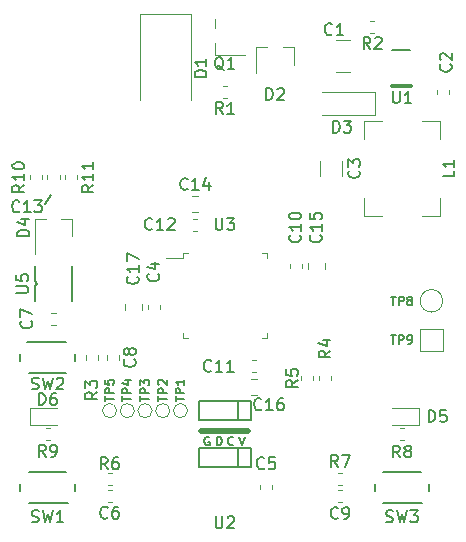
<source format=gbr>
%TF.GenerationSoftware,KiCad,Pcbnew,5.0.1-33cea8e~67~ubuntu18.04.1*%
%TF.CreationDate,2019-01-09T21:02:38+01:00*%
%TF.ProjectId,hvac-sensor-module,687661632D73656E736F722D6D6F6475,1.0*%
%TF.SameCoordinates,Original*%
%TF.FileFunction,Legend,Top*%
%TF.FilePolarity,Positive*%
%FSLAX46Y46*%
G04 Gerber Fmt 4.6, Leading zero omitted, Abs format (unit mm)*
G04 Created by KiCad (PCBNEW 5.0.1-33cea8e~67~ubuntu18.04.1) date Mi 09 Jan 2019 21:02:38 CET*
%MOMM*%
%LPD*%
G01*
G04 APERTURE LIST*
%ADD10C,0.200000*%
%ADD11C,0.150000*%
%ADD12C,0.120000*%
%ADD13C,0.300000*%
%ADD14C,0.500000*%
G04 APERTURE END LIST*
D10*
X130250000Y-96250000D02*
X129750000Y-97000000D01*
D11*
X146200000Y-116689285D02*
X146450000Y-117439285D01*
X146700000Y-116689285D01*
X143696428Y-116725000D02*
X143625000Y-116689285D01*
X143517857Y-116689285D01*
X143410714Y-116725000D01*
X143339285Y-116796428D01*
X143303571Y-116867857D01*
X143267857Y-117010714D01*
X143267857Y-117117857D01*
X143303571Y-117260714D01*
X143339285Y-117332142D01*
X143410714Y-117403571D01*
X143517857Y-117439285D01*
X143589285Y-117439285D01*
X143696428Y-117403571D01*
X143732142Y-117367857D01*
X143732142Y-117117857D01*
X143589285Y-117117857D01*
X144303571Y-117439285D02*
X144303571Y-116689285D01*
X144482142Y-116689285D01*
X144589285Y-116725000D01*
X144660714Y-116796428D01*
X144696428Y-116867857D01*
X144732142Y-117010714D01*
X144732142Y-117117857D01*
X144696428Y-117260714D01*
X144660714Y-117332142D01*
X144589285Y-117403571D01*
X144482142Y-117439285D01*
X144303571Y-117439285D01*
X145732142Y-117367857D02*
X145696428Y-117403571D01*
X145589285Y-117439285D01*
X145517857Y-117439285D01*
X145410714Y-117403571D01*
X145339285Y-117332142D01*
X145303571Y-117260714D01*
X145267857Y-117117857D01*
X145267857Y-117010714D01*
X145303571Y-116867857D01*
X145339285Y-116796428D01*
X145410714Y-116725000D01*
X145517857Y-116689285D01*
X145589285Y-116689285D01*
X145696428Y-116725000D01*
X145732142Y-116760714D01*
D12*
X156800000Y-90000000D02*
X156800000Y-91500000D01*
X156800000Y-98010000D02*
X156800000Y-96510000D01*
X156800000Y-90000000D02*
X158300000Y-90000000D01*
X156800000Y-98000000D02*
X158300000Y-98000000D01*
X163200000Y-98000000D02*
X161700000Y-98000000D01*
X163200000Y-98000000D02*
X163200000Y-96500000D01*
X163200000Y-90000000D02*
X163200000Y-91500000D01*
X163200000Y-90000000D02*
X161700000Y-90000000D01*
D11*
X131600000Y-108700000D02*
X128300000Y-108700000D01*
X131600000Y-111300000D02*
X128400000Y-111300000D01*
X127700000Y-110300000D02*
X127700000Y-109700000D01*
X132300000Y-109700000D02*
X132300000Y-110300000D01*
D12*
X145171267Y-88010000D02*
X144828733Y-88010000D01*
X145171267Y-86990000D02*
X144828733Y-86990000D01*
D11*
X128400000Y-122300000D02*
X131700000Y-122300000D01*
X128400000Y-119700000D02*
X131600000Y-119700000D01*
X132300000Y-120700000D02*
X132300000Y-121300000D01*
X127700000Y-121300000D02*
X127700000Y-120700000D01*
X158400000Y-122300000D02*
X161700000Y-122300000D01*
X158400000Y-119700000D02*
X161600000Y-119700000D01*
X162300000Y-120700000D02*
X162300000Y-121300000D01*
X157700000Y-121300000D02*
X157700000Y-120700000D01*
D13*
X159200000Y-87000000D02*
X160800000Y-87000000D01*
D11*
X159200000Y-84000000D02*
X160700000Y-84000000D01*
X128900000Y-103550000D02*
X129100000Y-103750000D01*
X129100000Y-103750000D02*
X128900000Y-103950000D01*
X128900000Y-103950000D02*
X128900000Y-105250000D01*
X132100000Y-105250000D02*
X132100000Y-102250000D01*
X128900000Y-102250000D02*
X128900000Y-103550000D01*
D12*
X132080000Y-98240000D02*
X132080000Y-99700000D01*
X128920000Y-98240000D02*
X128920000Y-101200000D01*
X128920000Y-98240000D02*
X129850000Y-98240000D01*
X132080000Y-98240000D02*
X131150000Y-98240000D01*
X161485000Y-114265000D02*
X159200000Y-114265000D01*
X161485000Y-115735000D02*
X161485000Y-114265000D01*
X159200000Y-115735000D02*
X161485000Y-115735000D01*
X130800000Y-114265000D02*
X128515000Y-114265000D01*
X128515000Y-114265000D02*
X128515000Y-115735000D01*
X128515000Y-115735000D02*
X130800000Y-115735000D01*
X135421267Y-120760000D02*
X135078733Y-120760000D01*
X135421267Y-119740000D02*
X135078733Y-119740000D01*
X131490000Y-94578733D02*
X131490000Y-94921267D01*
X132510000Y-94578733D02*
X132510000Y-94921267D01*
X128490000Y-94921267D02*
X128490000Y-94578733D01*
X129510000Y-94921267D02*
X129510000Y-94578733D01*
X130171267Y-115990000D02*
X129828733Y-115990000D01*
X130171267Y-117010000D02*
X129828733Y-117010000D01*
X159828733Y-115990000D02*
X160171267Y-115990000D01*
X159828733Y-117010000D02*
X160171267Y-117010000D01*
X151490000Y-111578733D02*
X151490000Y-111921267D01*
X152510000Y-111578733D02*
X152510000Y-111921267D01*
X154010000Y-111578733D02*
X154010000Y-111921267D01*
X152990000Y-111578733D02*
X152990000Y-111921267D01*
X154578733Y-120760000D02*
X154921267Y-120760000D01*
X154578733Y-119740000D02*
X154921267Y-119740000D01*
X134260000Y-109828733D02*
X134260000Y-110171267D01*
X133240000Y-109828733D02*
X133240000Y-110171267D01*
X157750000Y-89500000D02*
X157750000Y-87500000D01*
X157750000Y-87500000D02*
X153250000Y-87500000D01*
X157750000Y-89500000D02*
X153250000Y-89500000D01*
X148560000Y-101190000D02*
X148560000Y-101610000D01*
X148560000Y-108310000D02*
X148560000Y-107890000D01*
X141440000Y-108310000D02*
X141440000Y-107890000D01*
X141440000Y-101190000D02*
X141860000Y-101190000D01*
X148560000Y-108310000D02*
X148140000Y-108310000D01*
X148560000Y-101190000D02*
X148140000Y-101190000D01*
X141440000Y-101610000D02*
X140060000Y-101610000D01*
X141440000Y-101190000D02*
X141440000Y-101610000D01*
X141440000Y-108310000D02*
X141860000Y-108310000D01*
X150830000Y-83740000D02*
X150830000Y-85200000D01*
X147670000Y-83740000D02*
X147670000Y-85900000D01*
X147670000Y-83740000D02*
X148600000Y-83740000D01*
X150830000Y-83740000D02*
X149900000Y-83740000D01*
X157671267Y-82510000D02*
X157328733Y-82510000D01*
X157671267Y-81490000D02*
X157328733Y-81490000D01*
X155602064Y-85860000D02*
X154397936Y-85860000D01*
X155602064Y-83140000D02*
X154397936Y-83140000D01*
X162990000Y-87671267D02*
X162990000Y-87328733D01*
X164010000Y-87671267D02*
X164010000Y-87328733D01*
X153090000Y-94602064D02*
X153090000Y-93397936D01*
X154910000Y-94602064D02*
X154910000Y-93397936D01*
X149010000Y-120828733D02*
X149010000Y-121171267D01*
X147990000Y-120828733D02*
X147990000Y-121171267D01*
X135421267Y-122260000D02*
X135078733Y-122260000D01*
X135421267Y-121240000D02*
X135078733Y-121240000D01*
X142238748Y-96290000D02*
X142761252Y-96290000D01*
X142238748Y-97710000D02*
X142761252Y-97710000D01*
X134990000Y-109828733D02*
X134990000Y-110171267D01*
X136010000Y-109828733D02*
X136010000Y-110171267D01*
X154578733Y-121240000D02*
X154921267Y-121240000D01*
X154578733Y-122260000D02*
X154921267Y-122260000D01*
X147671267Y-110240000D02*
X147328733Y-110240000D01*
X147671267Y-111260000D02*
X147328733Y-111260000D01*
X142328733Y-98240000D02*
X142671267Y-98240000D01*
X142328733Y-99260000D02*
X142671267Y-99260000D01*
X150490000Y-102078733D02*
X150490000Y-102421267D01*
X151510000Y-102078733D02*
X151510000Y-102421267D01*
X152040000Y-101988748D02*
X152040000Y-102511252D01*
X153460000Y-101988748D02*
X153460000Y-102511252D01*
X139510000Y-105921267D02*
X139510000Y-105578733D01*
X138490000Y-105921267D02*
X138490000Y-105578733D01*
X136540000Y-106011252D02*
X136540000Y-105488748D01*
X137960000Y-106011252D02*
X137960000Y-105488748D01*
X130671267Y-106240000D02*
X130328733Y-106240000D01*
X130671267Y-107260000D02*
X130328733Y-107260000D01*
X131010000Y-94578733D02*
X131010000Y-94921267D01*
X129990000Y-94578733D02*
X129990000Y-94921267D01*
X147761252Y-113210000D02*
X147238748Y-113210000D01*
X147761252Y-111790000D02*
X147238748Y-111790000D01*
D11*
X147200000Y-115300000D02*
X142800000Y-115300000D01*
X142800000Y-115300000D02*
X142800000Y-113700000D01*
X142800000Y-113700000D02*
X147200000Y-113700000D01*
X147200000Y-115300000D02*
X147200000Y-113700000D01*
X146100000Y-115300000D02*
X146100000Y-113700000D01*
X146100000Y-119300000D02*
X146100000Y-117700000D01*
X147200000Y-119300000D02*
X147200000Y-117700000D01*
X142800000Y-117700000D02*
X147200000Y-117700000D01*
X142800000Y-119300000D02*
X142800000Y-117700000D01*
X147200000Y-119300000D02*
X142800000Y-119300000D01*
D12*
X163450000Y-105200000D02*
G75*
G03X163450000Y-105200000I-950000J0D01*
G01*
X161550000Y-107550000D02*
X163450000Y-107550000D01*
X163450000Y-107550000D02*
X163450000Y-109450000D01*
X163450000Y-109450000D02*
X161550000Y-109450000D01*
X161550000Y-109450000D02*
X161550000Y-107550000D01*
X142150000Y-80900000D02*
X137850000Y-80900000D01*
X137850000Y-80900000D02*
X137850000Y-88200000D01*
X142150000Y-80900000D02*
X142150000Y-88200000D01*
X141850000Y-114500000D02*
G75*
G03X141850000Y-114500000I-600000J0D01*
G01*
X140350000Y-114500000D02*
G75*
G03X140350000Y-114500000I-600000J0D01*
G01*
X138850000Y-114500000D02*
G75*
G03X138850000Y-114500000I-600000J0D01*
G01*
X137350000Y-114500000D02*
G75*
G03X137350000Y-114500000I-600000J0D01*
G01*
X135850000Y-114500000D02*
G75*
G03X135850000Y-114500000I-600000J0D01*
G01*
X144150000Y-84350000D02*
X144150000Y-83400000D01*
X146750000Y-84350000D02*
X144150000Y-84350000D01*
X144150000Y-82100000D02*
X144150000Y-81300000D01*
D14*
X143000000Y-116250000D02*
X147000000Y-116250000D01*
D11*
X164452380Y-94166666D02*
X164452380Y-94642857D01*
X163452380Y-94642857D01*
X164452380Y-93309523D02*
X164452380Y-93880952D01*
X164452380Y-93595238D02*
X163452380Y-93595238D01*
X163595238Y-93690476D01*
X163690476Y-93785714D01*
X163738095Y-93880952D01*
X128666666Y-112654761D02*
X128809523Y-112702380D01*
X129047619Y-112702380D01*
X129142857Y-112654761D01*
X129190476Y-112607142D01*
X129238095Y-112511904D01*
X129238095Y-112416666D01*
X129190476Y-112321428D01*
X129142857Y-112273809D01*
X129047619Y-112226190D01*
X128857142Y-112178571D01*
X128761904Y-112130952D01*
X128714285Y-112083333D01*
X128666666Y-111988095D01*
X128666666Y-111892857D01*
X128714285Y-111797619D01*
X128761904Y-111750000D01*
X128857142Y-111702380D01*
X129095238Y-111702380D01*
X129238095Y-111750000D01*
X129571428Y-111702380D02*
X129809523Y-112702380D01*
X130000000Y-111988095D01*
X130190476Y-112702380D01*
X130428571Y-111702380D01*
X130761904Y-111797619D02*
X130809523Y-111750000D01*
X130904761Y-111702380D01*
X131142857Y-111702380D01*
X131238095Y-111750000D01*
X131285714Y-111797619D01*
X131333333Y-111892857D01*
X131333333Y-111988095D01*
X131285714Y-112130952D01*
X130714285Y-112702380D01*
X131333333Y-112702380D01*
X144833333Y-89382380D02*
X144500000Y-88906190D01*
X144261904Y-89382380D02*
X144261904Y-88382380D01*
X144642857Y-88382380D01*
X144738095Y-88430000D01*
X144785714Y-88477619D01*
X144833333Y-88572857D01*
X144833333Y-88715714D01*
X144785714Y-88810952D01*
X144738095Y-88858571D01*
X144642857Y-88906190D01*
X144261904Y-88906190D01*
X145785714Y-89382380D02*
X145214285Y-89382380D01*
X145500000Y-89382380D02*
X145500000Y-88382380D01*
X145404761Y-88525238D01*
X145309523Y-88620476D01*
X145214285Y-88668095D01*
X144238095Y-123452380D02*
X144238095Y-124261904D01*
X144285714Y-124357142D01*
X144333333Y-124404761D01*
X144428571Y-124452380D01*
X144619047Y-124452380D01*
X144714285Y-124404761D01*
X144761904Y-124357142D01*
X144809523Y-124261904D01*
X144809523Y-123452380D01*
X145238095Y-123547619D02*
X145285714Y-123500000D01*
X145380952Y-123452380D01*
X145619047Y-123452380D01*
X145714285Y-123500000D01*
X145761904Y-123547619D01*
X145809523Y-123642857D01*
X145809523Y-123738095D01*
X145761904Y-123880952D01*
X145190476Y-124452380D01*
X145809523Y-124452380D01*
X128666666Y-123904761D02*
X128809523Y-123952380D01*
X129047619Y-123952380D01*
X129142857Y-123904761D01*
X129190476Y-123857142D01*
X129238095Y-123761904D01*
X129238095Y-123666666D01*
X129190476Y-123571428D01*
X129142857Y-123523809D01*
X129047619Y-123476190D01*
X128857142Y-123428571D01*
X128761904Y-123380952D01*
X128714285Y-123333333D01*
X128666666Y-123238095D01*
X128666666Y-123142857D01*
X128714285Y-123047619D01*
X128761904Y-123000000D01*
X128857142Y-122952380D01*
X129095238Y-122952380D01*
X129238095Y-123000000D01*
X129571428Y-122952380D02*
X129809523Y-123952380D01*
X130000000Y-123238095D01*
X130190476Y-123952380D01*
X130428571Y-122952380D01*
X131333333Y-123952380D02*
X130761904Y-123952380D01*
X131047619Y-123952380D02*
X131047619Y-122952380D01*
X130952380Y-123095238D01*
X130857142Y-123190476D01*
X130761904Y-123238095D01*
X158666666Y-123904761D02*
X158809523Y-123952380D01*
X159047619Y-123952380D01*
X159142857Y-123904761D01*
X159190476Y-123857142D01*
X159238095Y-123761904D01*
X159238095Y-123666666D01*
X159190476Y-123571428D01*
X159142857Y-123523809D01*
X159047619Y-123476190D01*
X158857142Y-123428571D01*
X158761904Y-123380952D01*
X158714285Y-123333333D01*
X158666666Y-123238095D01*
X158666666Y-123142857D01*
X158714285Y-123047619D01*
X158761904Y-123000000D01*
X158857142Y-122952380D01*
X159095238Y-122952380D01*
X159238095Y-123000000D01*
X159571428Y-122952380D02*
X159809523Y-123952380D01*
X160000000Y-123238095D01*
X160190476Y-123952380D01*
X160428571Y-122952380D01*
X160714285Y-122952380D02*
X161333333Y-122952380D01*
X161000000Y-123333333D01*
X161142857Y-123333333D01*
X161238095Y-123380952D01*
X161285714Y-123428571D01*
X161333333Y-123523809D01*
X161333333Y-123761904D01*
X161285714Y-123857142D01*
X161238095Y-123904761D01*
X161142857Y-123952380D01*
X160857142Y-123952380D01*
X160761904Y-123904761D01*
X160714285Y-123857142D01*
X159238095Y-87452380D02*
X159238095Y-88261904D01*
X159285714Y-88357142D01*
X159333333Y-88404761D01*
X159428571Y-88452380D01*
X159619047Y-88452380D01*
X159714285Y-88404761D01*
X159761904Y-88357142D01*
X159809523Y-88261904D01*
X159809523Y-87452380D01*
X160809523Y-88452380D02*
X160238095Y-88452380D01*
X160523809Y-88452380D02*
X160523809Y-87452380D01*
X160428571Y-87595238D01*
X160333333Y-87690476D01*
X160238095Y-87738095D01*
D10*
X127352380Y-104511904D02*
X128161904Y-104511904D01*
X128257142Y-104464285D01*
X128304761Y-104416666D01*
X128352380Y-104321428D01*
X128352380Y-104130952D01*
X128304761Y-104035714D01*
X128257142Y-103988095D01*
X128161904Y-103940476D01*
X127352380Y-103940476D01*
X127352380Y-102988095D02*
X127352380Y-103464285D01*
X127828571Y-103511904D01*
X127780952Y-103464285D01*
X127733333Y-103369047D01*
X127733333Y-103130952D01*
X127780952Y-103035714D01*
X127828571Y-102988095D01*
X127923809Y-102940476D01*
X128161904Y-102940476D01*
X128257142Y-102988095D01*
X128304761Y-103035714D01*
X128352380Y-103130952D01*
X128352380Y-103369047D01*
X128304761Y-103464285D01*
X128257142Y-103511904D01*
D11*
X128452380Y-99738095D02*
X127452380Y-99738095D01*
X127452380Y-99500000D01*
X127500000Y-99357142D01*
X127595238Y-99261904D01*
X127690476Y-99214285D01*
X127880952Y-99166666D01*
X128023809Y-99166666D01*
X128214285Y-99214285D01*
X128309523Y-99261904D01*
X128404761Y-99357142D01*
X128452380Y-99500000D01*
X128452380Y-99738095D01*
X127785714Y-98309523D02*
X128452380Y-98309523D01*
X127404761Y-98547619D02*
X128119047Y-98785714D01*
X128119047Y-98166666D01*
X162261904Y-115452380D02*
X162261904Y-114452380D01*
X162500000Y-114452380D01*
X162642857Y-114500000D01*
X162738095Y-114595238D01*
X162785714Y-114690476D01*
X162833333Y-114880952D01*
X162833333Y-115023809D01*
X162785714Y-115214285D01*
X162738095Y-115309523D01*
X162642857Y-115404761D01*
X162500000Y-115452380D01*
X162261904Y-115452380D01*
X163738095Y-114452380D02*
X163261904Y-114452380D01*
X163214285Y-114928571D01*
X163261904Y-114880952D01*
X163357142Y-114833333D01*
X163595238Y-114833333D01*
X163690476Y-114880952D01*
X163738095Y-114928571D01*
X163785714Y-115023809D01*
X163785714Y-115261904D01*
X163738095Y-115357142D01*
X163690476Y-115404761D01*
X163595238Y-115452380D01*
X163357142Y-115452380D01*
X163261904Y-115404761D01*
X163214285Y-115357142D01*
X129261904Y-114022380D02*
X129261904Y-113022380D01*
X129500000Y-113022380D01*
X129642857Y-113070000D01*
X129738095Y-113165238D01*
X129785714Y-113260476D01*
X129833333Y-113450952D01*
X129833333Y-113593809D01*
X129785714Y-113784285D01*
X129738095Y-113879523D01*
X129642857Y-113974761D01*
X129500000Y-114022380D01*
X129261904Y-114022380D01*
X130690476Y-113022380D02*
X130500000Y-113022380D01*
X130404761Y-113070000D01*
X130357142Y-113117619D01*
X130261904Y-113260476D01*
X130214285Y-113450952D01*
X130214285Y-113831904D01*
X130261904Y-113927142D01*
X130309523Y-113974761D01*
X130404761Y-114022380D01*
X130595238Y-114022380D01*
X130690476Y-113974761D01*
X130738095Y-113927142D01*
X130785714Y-113831904D01*
X130785714Y-113593809D01*
X130738095Y-113498571D01*
X130690476Y-113450952D01*
X130595238Y-113403333D01*
X130404761Y-113403333D01*
X130309523Y-113450952D01*
X130261904Y-113498571D01*
X130214285Y-113593809D01*
X135083333Y-119452380D02*
X134750000Y-118976190D01*
X134511904Y-119452380D02*
X134511904Y-118452380D01*
X134892857Y-118452380D01*
X134988095Y-118500000D01*
X135035714Y-118547619D01*
X135083333Y-118642857D01*
X135083333Y-118785714D01*
X135035714Y-118880952D01*
X134988095Y-118928571D01*
X134892857Y-118976190D01*
X134511904Y-118976190D01*
X135940476Y-118452380D02*
X135750000Y-118452380D01*
X135654761Y-118500000D01*
X135607142Y-118547619D01*
X135511904Y-118690476D01*
X135464285Y-118880952D01*
X135464285Y-119261904D01*
X135511904Y-119357142D01*
X135559523Y-119404761D01*
X135654761Y-119452380D01*
X135845238Y-119452380D01*
X135940476Y-119404761D01*
X135988095Y-119357142D01*
X136035714Y-119261904D01*
X136035714Y-119023809D01*
X135988095Y-118928571D01*
X135940476Y-118880952D01*
X135845238Y-118833333D01*
X135654761Y-118833333D01*
X135559523Y-118880952D01*
X135511904Y-118928571D01*
X135464285Y-119023809D01*
X133882380Y-95392857D02*
X133406190Y-95726190D01*
X133882380Y-95964285D02*
X132882380Y-95964285D01*
X132882380Y-95583333D01*
X132930000Y-95488095D01*
X132977619Y-95440476D01*
X133072857Y-95392857D01*
X133215714Y-95392857D01*
X133310952Y-95440476D01*
X133358571Y-95488095D01*
X133406190Y-95583333D01*
X133406190Y-95964285D01*
X133882380Y-94440476D02*
X133882380Y-95011904D01*
X133882380Y-94726190D02*
X132882380Y-94726190D01*
X133025238Y-94821428D01*
X133120476Y-94916666D01*
X133168095Y-95011904D01*
X133882380Y-93488095D02*
X133882380Y-94059523D01*
X133882380Y-93773809D02*
X132882380Y-93773809D01*
X133025238Y-93869047D01*
X133120476Y-93964285D01*
X133168095Y-94059523D01*
X128022380Y-95392857D02*
X127546190Y-95726190D01*
X128022380Y-95964285D02*
X127022380Y-95964285D01*
X127022380Y-95583333D01*
X127070000Y-95488095D01*
X127117619Y-95440476D01*
X127212857Y-95392857D01*
X127355714Y-95392857D01*
X127450952Y-95440476D01*
X127498571Y-95488095D01*
X127546190Y-95583333D01*
X127546190Y-95964285D01*
X128022380Y-94440476D02*
X128022380Y-95011904D01*
X128022380Y-94726190D02*
X127022380Y-94726190D01*
X127165238Y-94821428D01*
X127260476Y-94916666D01*
X127308095Y-95011904D01*
X127022380Y-93821428D02*
X127022380Y-93726190D01*
X127070000Y-93630952D01*
X127117619Y-93583333D01*
X127212857Y-93535714D01*
X127403333Y-93488095D01*
X127641428Y-93488095D01*
X127831904Y-93535714D01*
X127927142Y-93583333D01*
X127974761Y-93630952D01*
X128022380Y-93726190D01*
X128022380Y-93821428D01*
X127974761Y-93916666D01*
X127927142Y-93964285D01*
X127831904Y-94011904D01*
X127641428Y-94059523D01*
X127403333Y-94059523D01*
X127212857Y-94011904D01*
X127117619Y-93964285D01*
X127070000Y-93916666D01*
X127022380Y-93821428D01*
X129833333Y-118382380D02*
X129500000Y-117906190D01*
X129261904Y-118382380D02*
X129261904Y-117382380D01*
X129642857Y-117382380D01*
X129738095Y-117430000D01*
X129785714Y-117477619D01*
X129833333Y-117572857D01*
X129833333Y-117715714D01*
X129785714Y-117810952D01*
X129738095Y-117858571D01*
X129642857Y-117906190D01*
X129261904Y-117906190D01*
X130309523Y-118382380D02*
X130500000Y-118382380D01*
X130595238Y-118334761D01*
X130642857Y-118287142D01*
X130738095Y-118144285D01*
X130785714Y-117953809D01*
X130785714Y-117572857D01*
X130738095Y-117477619D01*
X130690476Y-117430000D01*
X130595238Y-117382380D01*
X130404761Y-117382380D01*
X130309523Y-117430000D01*
X130261904Y-117477619D01*
X130214285Y-117572857D01*
X130214285Y-117810952D01*
X130261904Y-117906190D01*
X130309523Y-117953809D01*
X130404761Y-118001428D01*
X130595238Y-118001428D01*
X130690476Y-117953809D01*
X130738095Y-117906190D01*
X130785714Y-117810952D01*
X159833333Y-118452380D02*
X159500000Y-117976190D01*
X159261904Y-118452380D02*
X159261904Y-117452380D01*
X159642857Y-117452380D01*
X159738095Y-117500000D01*
X159785714Y-117547619D01*
X159833333Y-117642857D01*
X159833333Y-117785714D01*
X159785714Y-117880952D01*
X159738095Y-117928571D01*
X159642857Y-117976190D01*
X159261904Y-117976190D01*
X160404761Y-117880952D02*
X160309523Y-117833333D01*
X160261904Y-117785714D01*
X160214285Y-117690476D01*
X160214285Y-117642857D01*
X160261904Y-117547619D01*
X160309523Y-117500000D01*
X160404761Y-117452380D01*
X160595238Y-117452380D01*
X160690476Y-117500000D01*
X160738095Y-117547619D01*
X160785714Y-117642857D01*
X160785714Y-117690476D01*
X160738095Y-117785714D01*
X160690476Y-117833333D01*
X160595238Y-117880952D01*
X160404761Y-117880952D01*
X160309523Y-117928571D01*
X160261904Y-117976190D01*
X160214285Y-118071428D01*
X160214285Y-118261904D01*
X160261904Y-118357142D01*
X160309523Y-118404761D01*
X160404761Y-118452380D01*
X160595238Y-118452380D01*
X160690476Y-118404761D01*
X160738095Y-118357142D01*
X160785714Y-118261904D01*
X160785714Y-118071428D01*
X160738095Y-117976190D01*
X160690476Y-117928571D01*
X160595238Y-117880952D01*
X151202380Y-111916666D02*
X150726190Y-112250000D01*
X151202380Y-112488095D02*
X150202380Y-112488095D01*
X150202380Y-112107142D01*
X150250000Y-112011904D01*
X150297619Y-111964285D01*
X150392857Y-111916666D01*
X150535714Y-111916666D01*
X150630952Y-111964285D01*
X150678571Y-112011904D01*
X150726190Y-112107142D01*
X150726190Y-112488095D01*
X150202380Y-111011904D02*
X150202380Y-111488095D01*
X150678571Y-111535714D01*
X150630952Y-111488095D01*
X150583333Y-111392857D01*
X150583333Y-111154761D01*
X150630952Y-111059523D01*
X150678571Y-111011904D01*
X150773809Y-110964285D01*
X151011904Y-110964285D01*
X151107142Y-111011904D01*
X151154761Y-111059523D01*
X151202380Y-111154761D01*
X151202380Y-111392857D01*
X151154761Y-111488095D01*
X151107142Y-111535714D01*
X153952380Y-109416666D02*
X153476190Y-109750000D01*
X153952380Y-109988095D02*
X152952380Y-109988095D01*
X152952380Y-109607142D01*
X153000000Y-109511904D01*
X153047619Y-109464285D01*
X153142857Y-109416666D01*
X153285714Y-109416666D01*
X153380952Y-109464285D01*
X153428571Y-109511904D01*
X153476190Y-109607142D01*
X153476190Y-109988095D01*
X153285714Y-108559523D02*
X153952380Y-108559523D01*
X152904761Y-108797619D02*
X153619047Y-109035714D01*
X153619047Y-108416666D01*
X154583333Y-119272380D02*
X154250000Y-118796190D01*
X154011904Y-119272380D02*
X154011904Y-118272380D01*
X154392857Y-118272380D01*
X154488095Y-118320000D01*
X154535714Y-118367619D01*
X154583333Y-118462857D01*
X154583333Y-118605714D01*
X154535714Y-118700952D01*
X154488095Y-118748571D01*
X154392857Y-118796190D01*
X154011904Y-118796190D01*
X154916666Y-118272380D02*
X155583333Y-118272380D01*
X155154761Y-119272380D01*
X134202380Y-112916666D02*
X133726190Y-113250000D01*
X134202380Y-113488095D02*
X133202380Y-113488095D01*
X133202380Y-113107142D01*
X133250000Y-113011904D01*
X133297619Y-112964285D01*
X133392857Y-112916666D01*
X133535714Y-112916666D01*
X133630952Y-112964285D01*
X133678571Y-113011904D01*
X133726190Y-113107142D01*
X133726190Y-113488095D01*
X133202380Y-112583333D02*
X133202380Y-111964285D01*
X133583333Y-112297619D01*
X133583333Y-112154761D01*
X133630952Y-112059523D01*
X133678571Y-112011904D01*
X133773809Y-111964285D01*
X134011904Y-111964285D01*
X134107142Y-112011904D01*
X134154761Y-112059523D01*
X134202380Y-112154761D01*
X134202380Y-112440476D01*
X134154761Y-112535714D01*
X134107142Y-112583333D01*
X154161904Y-90952380D02*
X154161904Y-89952380D01*
X154400000Y-89952380D01*
X154542857Y-90000000D01*
X154638095Y-90095238D01*
X154685714Y-90190476D01*
X154733333Y-90380952D01*
X154733333Y-90523809D01*
X154685714Y-90714285D01*
X154638095Y-90809523D01*
X154542857Y-90904761D01*
X154400000Y-90952380D01*
X154161904Y-90952380D01*
X155066666Y-89952380D02*
X155685714Y-89952380D01*
X155352380Y-90333333D01*
X155495238Y-90333333D01*
X155590476Y-90380952D01*
X155638095Y-90428571D01*
X155685714Y-90523809D01*
X155685714Y-90761904D01*
X155638095Y-90857142D01*
X155590476Y-90904761D01*
X155495238Y-90952380D01*
X155209523Y-90952380D01*
X155114285Y-90904761D01*
X155066666Y-90857142D01*
X144238095Y-98202380D02*
X144238095Y-99011904D01*
X144285714Y-99107142D01*
X144333333Y-99154761D01*
X144428571Y-99202380D01*
X144619047Y-99202380D01*
X144714285Y-99154761D01*
X144761904Y-99107142D01*
X144809523Y-99011904D01*
X144809523Y-98202380D01*
X145190476Y-98202380D02*
X145809523Y-98202380D01*
X145476190Y-98583333D01*
X145619047Y-98583333D01*
X145714285Y-98630952D01*
X145761904Y-98678571D01*
X145809523Y-98773809D01*
X145809523Y-99011904D01*
X145761904Y-99107142D01*
X145714285Y-99154761D01*
X145619047Y-99202380D01*
X145333333Y-99202380D01*
X145238095Y-99154761D01*
X145190476Y-99107142D01*
X148511904Y-88202380D02*
X148511904Y-87202380D01*
X148750000Y-87202380D01*
X148892857Y-87250000D01*
X148988095Y-87345238D01*
X149035714Y-87440476D01*
X149083333Y-87630952D01*
X149083333Y-87773809D01*
X149035714Y-87964285D01*
X148988095Y-88059523D01*
X148892857Y-88154761D01*
X148750000Y-88202380D01*
X148511904Y-88202380D01*
X149464285Y-87297619D02*
X149511904Y-87250000D01*
X149607142Y-87202380D01*
X149845238Y-87202380D01*
X149940476Y-87250000D01*
X149988095Y-87297619D01*
X150035714Y-87392857D01*
X150035714Y-87488095D01*
X149988095Y-87630952D01*
X149416666Y-88202380D01*
X150035714Y-88202380D01*
X157333333Y-83882380D02*
X157000000Y-83406190D01*
X156761904Y-83882380D02*
X156761904Y-82882380D01*
X157142857Y-82882380D01*
X157238095Y-82930000D01*
X157285714Y-82977619D01*
X157333333Y-83072857D01*
X157333333Y-83215714D01*
X157285714Y-83310952D01*
X157238095Y-83358571D01*
X157142857Y-83406190D01*
X156761904Y-83406190D01*
X157714285Y-82977619D02*
X157761904Y-82930000D01*
X157857142Y-82882380D01*
X158095238Y-82882380D01*
X158190476Y-82930000D01*
X158238095Y-82977619D01*
X158285714Y-83072857D01*
X158285714Y-83168095D01*
X158238095Y-83310952D01*
X157666666Y-83882380D01*
X158285714Y-83882380D01*
X154083333Y-82607142D02*
X154035714Y-82654761D01*
X153892857Y-82702380D01*
X153797619Y-82702380D01*
X153654761Y-82654761D01*
X153559523Y-82559523D01*
X153511904Y-82464285D01*
X153464285Y-82273809D01*
X153464285Y-82130952D01*
X153511904Y-81940476D01*
X153559523Y-81845238D01*
X153654761Y-81750000D01*
X153797619Y-81702380D01*
X153892857Y-81702380D01*
X154035714Y-81750000D01*
X154083333Y-81797619D01*
X155035714Y-82702380D02*
X154464285Y-82702380D01*
X154750000Y-82702380D02*
X154750000Y-81702380D01*
X154654761Y-81845238D01*
X154559523Y-81940476D01*
X154464285Y-81988095D01*
X164107142Y-85166666D02*
X164154761Y-85214285D01*
X164202380Y-85357142D01*
X164202380Y-85452380D01*
X164154761Y-85595238D01*
X164059523Y-85690476D01*
X163964285Y-85738095D01*
X163773809Y-85785714D01*
X163630952Y-85785714D01*
X163440476Y-85738095D01*
X163345238Y-85690476D01*
X163250000Y-85595238D01*
X163202380Y-85452380D01*
X163202380Y-85357142D01*
X163250000Y-85214285D01*
X163297619Y-85166666D01*
X163297619Y-84785714D02*
X163250000Y-84738095D01*
X163202380Y-84642857D01*
X163202380Y-84404761D01*
X163250000Y-84309523D01*
X163297619Y-84261904D01*
X163392857Y-84214285D01*
X163488095Y-84214285D01*
X163630952Y-84261904D01*
X164202380Y-84833333D01*
X164202380Y-84214285D01*
X156357142Y-94166666D02*
X156404761Y-94214285D01*
X156452380Y-94357142D01*
X156452380Y-94452380D01*
X156404761Y-94595238D01*
X156309523Y-94690476D01*
X156214285Y-94738095D01*
X156023809Y-94785714D01*
X155880952Y-94785714D01*
X155690476Y-94738095D01*
X155595238Y-94690476D01*
X155500000Y-94595238D01*
X155452380Y-94452380D01*
X155452380Y-94357142D01*
X155500000Y-94214285D01*
X155547619Y-94166666D01*
X155452380Y-93833333D02*
X155452380Y-93214285D01*
X155833333Y-93547619D01*
X155833333Y-93404761D01*
X155880952Y-93309523D01*
X155928571Y-93261904D01*
X156023809Y-93214285D01*
X156261904Y-93214285D01*
X156357142Y-93261904D01*
X156404761Y-93309523D01*
X156452380Y-93404761D01*
X156452380Y-93690476D01*
X156404761Y-93785714D01*
X156357142Y-93833333D01*
X148333333Y-119357142D02*
X148285714Y-119404761D01*
X148142857Y-119452380D01*
X148047619Y-119452380D01*
X147904761Y-119404761D01*
X147809523Y-119309523D01*
X147761904Y-119214285D01*
X147714285Y-119023809D01*
X147714285Y-118880952D01*
X147761904Y-118690476D01*
X147809523Y-118595238D01*
X147904761Y-118500000D01*
X148047619Y-118452380D01*
X148142857Y-118452380D01*
X148285714Y-118500000D01*
X148333333Y-118547619D01*
X149238095Y-118452380D02*
X148761904Y-118452380D01*
X148714285Y-118928571D01*
X148761904Y-118880952D01*
X148857142Y-118833333D01*
X149095238Y-118833333D01*
X149190476Y-118880952D01*
X149238095Y-118928571D01*
X149285714Y-119023809D01*
X149285714Y-119261904D01*
X149238095Y-119357142D01*
X149190476Y-119404761D01*
X149095238Y-119452380D01*
X148857142Y-119452380D01*
X148761904Y-119404761D01*
X148714285Y-119357142D01*
X135083333Y-123537142D02*
X135035714Y-123584761D01*
X134892857Y-123632380D01*
X134797619Y-123632380D01*
X134654761Y-123584761D01*
X134559523Y-123489523D01*
X134511904Y-123394285D01*
X134464285Y-123203809D01*
X134464285Y-123060952D01*
X134511904Y-122870476D01*
X134559523Y-122775238D01*
X134654761Y-122680000D01*
X134797619Y-122632380D01*
X134892857Y-122632380D01*
X135035714Y-122680000D01*
X135083333Y-122727619D01*
X135940476Y-122632380D02*
X135750000Y-122632380D01*
X135654761Y-122680000D01*
X135607142Y-122727619D01*
X135511904Y-122870476D01*
X135464285Y-123060952D01*
X135464285Y-123441904D01*
X135511904Y-123537142D01*
X135559523Y-123584761D01*
X135654761Y-123632380D01*
X135845238Y-123632380D01*
X135940476Y-123584761D01*
X135988095Y-123537142D01*
X136035714Y-123441904D01*
X136035714Y-123203809D01*
X135988095Y-123108571D01*
X135940476Y-123060952D01*
X135845238Y-123013333D01*
X135654761Y-123013333D01*
X135559523Y-123060952D01*
X135511904Y-123108571D01*
X135464285Y-123203809D01*
X141857142Y-95707142D02*
X141809523Y-95754761D01*
X141666666Y-95802380D01*
X141571428Y-95802380D01*
X141428571Y-95754761D01*
X141333333Y-95659523D01*
X141285714Y-95564285D01*
X141238095Y-95373809D01*
X141238095Y-95230952D01*
X141285714Y-95040476D01*
X141333333Y-94945238D01*
X141428571Y-94850000D01*
X141571428Y-94802380D01*
X141666666Y-94802380D01*
X141809523Y-94850000D01*
X141857142Y-94897619D01*
X142809523Y-95802380D02*
X142238095Y-95802380D01*
X142523809Y-95802380D02*
X142523809Y-94802380D01*
X142428571Y-94945238D01*
X142333333Y-95040476D01*
X142238095Y-95088095D01*
X143666666Y-95135714D02*
X143666666Y-95802380D01*
X143428571Y-94754761D02*
X143190476Y-95469047D01*
X143809523Y-95469047D01*
X137357142Y-110166666D02*
X137404761Y-110214285D01*
X137452380Y-110357142D01*
X137452380Y-110452380D01*
X137404761Y-110595238D01*
X137309523Y-110690476D01*
X137214285Y-110738095D01*
X137023809Y-110785714D01*
X136880952Y-110785714D01*
X136690476Y-110738095D01*
X136595238Y-110690476D01*
X136500000Y-110595238D01*
X136452380Y-110452380D01*
X136452380Y-110357142D01*
X136500000Y-110214285D01*
X136547619Y-110166666D01*
X136880952Y-109595238D02*
X136833333Y-109690476D01*
X136785714Y-109738095D01*
X136690476Y-109785714D01*
X136642857Y-109785714D01*
X136547619Y-109738095D01*
X136500000Y-109690476D01*
X136452380Y-109595238D01*
X136452380Y-109404761D01*
X136500000Y-109309523D01*
X136547619Y-109261904D01*
X136642857Y-109214285D01*
X136690476Y-109214285D01*
X136785714Y-109261904D01*
X136833333Y-109309523D01*
X136880952Y-109404761D01*
X136880952Y-109595238D01*
X136928571Y-109690476D01*
X136976190Y-109738095D01*
X137071428Y-109785714D01*
X137261904Y-109785714D01*
X137357142Y-109738095D01*
X137404761Y-109690476D01*
X137452380Y-109595238D01*
X137452380Y-109404761D01*
X137404761Y-109309523D01*
X137357142Y-109261904D01*
X137261904Y-109214285D01*
X137071428Y-109214285D01*
X136976190Y-109261904D01*
X136928571Y-109309523D01*
X136880952Y-109404761D01*
X154583333Y-123557142D02*
X154535714Y-123604761D01*
X154392857Y-123652380D01*
X154297619Y-123652380D01*
X154154761Y-123604761D01*
X154059523Y-123509523D01*
X154011904Y-123414285D01*
X153964285Y-123223809D01*
X153964285Y-123080952D01*
X154011904Y-122890476D01*
X154059523Y-122795238D01*
X154154761Y-122700000D01*
X154297619Y-122652380D01*
X154392857Y-122652380D01*
X154535714Y-122700000D01*
X154583333Y-122747619D01*
X155059523Y-123652380D02*
X155250000Y-123652380D01*
X155345238Y-123604761D01*
X155392857Y-123557142D01*
X155488095Y-123414285D01*
X155535714Y-123223809D01*
X155535714Y-122842857D01*
X155488095Y-122747619D01*
X155440476Y-122700000D01*
X155345238Y-122652380D01*
X155154761Y-122652380D01*
X155059523Y-122700000D01*
X155011904Y-122747619D01*
X154964285Y-122842857D01*
X154964285Y-123080952D01*
X155011904Y-123176190D01*
X155059523Y-123223809D01*
X155154761Y-123271428D01*
X155345238Y-123271428D01*
X155440476Y-123223809D01*
X155488095Y-123176190D01*
X155535714Y-123080952D01*
X143857142Y-111107142D02*
X143809523Y-111154761D01*
X143666666Y-111202380D01*
X143571428Y-111202380D01*
X143428571Y-111154761D01*
X143333333Y-111059523D01*
X143285714Y-110964285D01*
X143238095Y-110773809D01*
X143238095Y-110630952D01*
X143285714Y-110440476D01*
X143333333Y-110345238D01*
X143428571Y-110250000D01*
X143571428Y-110202380D01*
X143666666Y-110202380D01*
X143809523Y-110250000D01*
X143857142Y-110297619D01*
X144809523Y-111202380D02*
X144238095Y-111202380D01*
X144523809Y-111202380D02*
X144523809Y-110202380D01*
X144428571Y-110345238D01*
X144333333Y-110440476D01*
X144238095Y-110488095D01*
X145761904Y-111202380D02*
X145190476Y-111202380D01*
X145476190Y-111202380D02*
X145476190Y-110202380D01*
X145380952Y-110345238D01*
X145285714Y-110440476D01*
X145190476Y-110488095D01*
X138857142Y-99107142D02*
X138809523Y-99154761D01*
X138666666Y-99202380D01*
X138571428Y-99202380D01*
X138428571Y-99154761D01*
X138333333Y-99059523D01*
X138285714Y-98964285D01*
X138238095Y-98773809D01*
X138238095Y-98630952D01*
X138285714Y-98440476D01*
X138333333Y-98345238D01*
X138428571Y-98250000D01*
X138571428Y-98202380D01*
X138666666Y-98202380D01*
X138809523Y-98250000D01*
X138857142Y-98297619D01*
X139809523Y-99202380D02*
X139238095Y-99202380D01*
X139523809Y-99202380D02*
X139523809Y-98202380D01*
X139428571Y-98345238D01*
X139333333Y-98440476D01*
X139238095Y-98488095D01*
X140190476Y-98297619D02*
X140238095Y-98250000D01*
X140333333Y-98202380D01*
X140571428Y-98202380D01*
X140666666Y-98250000D01*
X140714285Y-98297619D01*
X140761904Y-98392857D01*
X140761904Y-98488095D01*
X140714285Y-98630952D01*
X140142857Y-99202380D01*
X140761904Y-99202380D01*
X151357142Y-99642857D02*
X151404761Y-99690476D01*
X151452380Y-99833333D01*
X151452380Y-99928571D01*
X151404761Y-100071428D01*
X151309523Y-100166666D01*
X151214285Y-100214285D01*
X151023809Y-100261904D01*
X150880952Y-100261904D01*
X150690476Y-100214285D01*
X150595238Y-100166666D01*
X150500000Y-100071428D01*
X150452380Y-99928571D01*
X150452380Y-99833333D01*
X150500000Y-99690476D01*
X150547619Y-99642857D01*
X151452380Y-98690476D02*
X151452380Y-99261904D01*
X151452380Y-98976190D02*
X150452380Y-98976190D01*
X150595238Y-99071428D01*
X150690476Y-99166666D01*
X150738095Y-99261904D01*
X150452380Y-98071428D02*
X150452380Y-97976190D01*
X150500000Y-97880952D01*
X150547619Y-97833333D01*
X150642857Y-97785714D01*
X150833333Y-97738095D01*
X151071428Y-97738095D01*
X151261904Y-97785714D01*
X151357142Y-97833333D01*
X151404761Y-97880952D01*
X151452380Y-97976190D01*
X151452380Y-98071428D01*
X151404761Y-98166666D01*
X151357142Y-98214285D01*
X151261904Y-98261904D01*
X151071428Y-98309523D01*
X150833333Y-98309523D01*
X150642857Y-98261904D01*
X150547619Y-98214285D01*
X150500000Y-98166666D01*
X150452380Y-98071428D01*
X153107142Y-99642857D02*
X153154761Y-99690476D01*
X153202380Y-99833333D01*
X153202380Y-99928571D01*
X153154761Y-100071428D01*
X153059523Y-100166666D01*
X152964285Y-100214285D01*
X152773809Y-100261904D01*
X152630952Y-100261904D01*
X152440476Y-100214285D01*
X152345238Y-100166666D01*
X152250000Y-100071428D01*
X152202380Y-99928571D01*
X152202380Y-99833333D01*
X152250000Y-99690476D01*
X152297619Y-99642857D01*
X153202380Y-98690476D02*
X153202380Y-99261904D01*
X153202380Y-98976190D02*
X152202380Y-98976190D01*
X152345238Y-99071428D01*
X152440476Y-99166666D01*
X152488095Y-99261904D01*
X152202380Y-97785714D02*
X152202380Y-98261904D01*
X152678571Y-98309523D01*
X152630952Y-98261904D01*
X152583333Y-98166666D01*
X152583333Y-97928571D01*
X152630952Y-97833333D01*
X152678571Y-97785714D01*
X152773809Y-97738095D01*
X153011904Y-97738095D01*
X153107142Y-97785714D01*
X153154761Y-97833333D01*
X153202380Y-97928571D01*
X153202380Y-98166666D01*
X153154761Y-98261904D01*
X153107142Y-98309523D01*
X139357142Y-102916666D02*
X139404761Y-102964285D01*
X139452380Y-103107142D01*
X139452380Y-103202380D01*
X139404761Y-103345238D01*
X139309523Y-103440476D01*
X139214285Y-103488095D01*
X139023809Y-103535714D01*
X138880952Y-103535714D01*
X138690476Y-103488095D01*
X138595238Y-103440476D01*
X138500000Y-103345238D01*
X138452380Y-103202380D01*
X138452380Y-103107142D01*
X138500000Y-102964285D01*
X138547619Y-102916666D01*
X138785714Y-102059523D02*
X139452380Y-102059523D01*
X138404761Y-102297619D02*
X139119047Y-102535714D01*
X139119047Y-101916666D01*
X137607142Y-103142857D02*
X137654761Y-103190476D01*
X137702380Y-103333333D01*
X137702380Y-103428571D01*
X137654761Y-103571428D01*
X137559523Y-103666666D01*
X137464285Y-103714285D01*
X137273809Y-103761904D01*
X137130952Y-103761904D01*
X136940476Y-103714285D01*
X136845238Y-103666666D01*
X136750000Y-103571428D01*
X136702380Y-103428571D01*
X136702380Y-103333333D01*
X136750000Y-103190476D01*
X136797619Y-103142857D01*
X137702380Y-102190476D02*
X137702380Y-102761904D01*
X137702380Y-102476190D02*
X136702380Y-102476190D01*
X136845238Y-102571428D01*
X136940476Y-102666666D01*
X136988095Y-102761904D01*
X136702380Y-101857142D02*
X136702380Y-101190476D01*
X137702380Y-101619047D01*
X128607142Y-106916666D02*
X128654761Y-106964285D01*
X128702380Y-107107142D01*
X128702380Y-107202380D01*
X128654761Y-107345238D01*
X128559523Y-107440476D01*
X128464285Y-107488095D01*
X128273809Y-107535714D01*
X128130952Y-107535714D01*
X127940476Y-107488095D01*
X127845238Y-107440476D01*
X127750000Y-107345238D01*
X127702380Y-107202380D01*
X127702380Y-107107142D01*
X127750000Y-106964285D01*
X127797619Y-106916666D01*
X127702380Y-106583333D02*
X127702380Y-105916666D01*
X128702380Y-106345238D01*
X127607142Y-97607142D02*
X127559523Y-97654761D01*
X127416666Y-97702380D01*
X127321428Y-97702380D01*
X127178571Y-97654761D01*
X127083333Y-97559523D01*
X127035714Y-97464285D01*
X126988095Y-97273809D01*
X126988095Y-97130952D01*
X127035714Y-96940476D01*
X127083333Y-96845238D01*
X127178571Y-96750000D01*
X127321428Y-96702380D01*
X127416666Y-96702380D01*
X127559523Y-96750000D01*
X127607142Y-96797619D01*
X128559523Y-97702380D02*
X127988095Y-97702380D01*
X128273809Y-97702380D02*
X128273809Y-96702380D01*
X128178571Y-96845238D01*
X128083333Y-96940476D01*
X127988095Y-96988095D01*
X128892857Y-96702380D02*
X129511904Y-96702380D01*
X129178571Y-97083333D01*
X129321428Y-97083333D01*
X129416666Y-97130952D01*
X129464285Y-97178571D01*
X129511904Y-97273809D01*
X129511904Y-97511904D01*
X129464285Y-97607142D01*
X129416666Y-97654761D01*
X129321428Y-97702380D01*
X129035714Y-97702380D01*
X128940476Y-97654761D01*
X128892857Y-97607142D01*
X148107142Y-114357142D02*
X148059523Y-114404761D01*
X147916666Y-114452380D01*
X147821428Y-114452380D01*
X147678571Y-114404761D01*
X147583333Y-114309523D01*
X147535714Y-114214285D01*
X147488095Y-114023809D01*
X147488095Y-113880952D01*
X147535714Y-113690476D01*
X147583333Y-113595238D01*
X147678571Y-113500000D01*
X147821428Y-113452380D01*
X147916666Y-113452380D01*
X148059523Y-113500000D01*
X148107142Y-113547619D01*
X149059523Y-114452380D02*
X148488095Y-114452380D01*
X148773809Y-114452380D02*
X148773809Y-113452380D01*
X148678571Y-113595238D01*
X148583333Y-113690476D01*
X148488095Y-113738095D01*
X149916666Y-113452380D02*
X149726190Y-113452380D01*
X149630952Y-113500000D01*
X149583333Y-113547619D01*
X149488095Y-113690476D01*
X149440476Y-113880952D01*
X149440476Y-114261904D01*
X149488095Y-114357142D01*
X149535714Y-114404761D01*
X149630952Y-114452380D01*
X149821428Y-114452380D01*
X149916666Y-114404761D01*
X149964285Y-114357142D01*
X150011904Y-114261904D01*
X150011904Y-114023809D01*
X149964285Y-113928571D01*
X149916666Y-113880952D01*
X149821428Y-113833333D01*
X149630952Y-113833333D01*
X149535714Y-113880952D01*
X149488095Y-113928571D01*
X149440476Y-114023809D01*
X159053571Y-104839285D02*
X159482142Y-104839285D01*
X159267857Y-105589285D02*
X159267857Y-104839285D01*
X159732142Y-105589285D02*
X159732142Y-104839285D01*
X160017857Y-104839285D01*
X160089285Y-104875000D01*
X160125000Y-104910714D01*
X160160714Y-104982142D01*
X160160714Y-105089285D01*
X160125000Y-105160714D01*
X160089285Y-105196428D01*
X160017857Y-105232142D01*
X159732142Y-105232142D01*
X160589285Y-105160714D02*
X160517857Y-105125000D01*
X160482142Y-105089285D01*
X160446428Y-105017857D01*
X160446428Y-104982142D01*
X160482142Y-104910714D01*
X160517857Y-104875000D01*
X160589285Y-104839285D01*
X160732142Y-104839285D01*
X160803571Y-104875000D01*
X160839285Y-104910714D01*
X160875000Y-104982142D01*
X160875000Y-105017857D01*
X160839285Y-105089285D01*
X160803571Y-105125000D01*
X160732142Y-105160714D01*
X160589285Y-105160714D01*
X160517857Y-105196428D01*
X160482142Y-105232142D01*
X160446428Y-105303571D01*
X160446428Y-105446428D01*
X160482142Y-105517857D01*
X160517857Y-105553571D01*
X160589285Y-105589285D01*
X160732142Y-105589285D01*
X160803571Y-105553571D01*
X160839285Y-105517857D01*
X160875000Y-105446428D01*
X160875000Y-105303571D01*
X160839285Y-105232142D01*
X160803571Y-105196428D01*
X160732142Y-105160714D01*
X159053571Y-108089285D02*
X159482142Y-108089285D01*
X159267857Y-108839285D02*
X159267857Y-108089285D01*
X159732142Y-108839285D02*
X159732142Y-108089285D01*
X160017857Y-108089285D01*
X160089285Y-108125000D01*
X160125000Y-108160714D01*
X160160714Y-108232142D01*
X160160714Y-108339285D01*
X160125000Y-108410714D01*
X160089285Y-108446428D01*
X160017857Y-108482142D01*
X159732142Y-108482142D01*
X160517857Y-108839285D02*
X160660714Y-108839285D01*
X160732142Y-108803571D01*
X160767857Y-108767857D01*
X160839285Y-108660714D01*
X160875000Y-108517857D01*
X160875000Y-108232142D01*
X160839285Y-108160714D01*
X160803571Y-108125000D01*
X160732142Y-108089285D01*
X160589285Y-108089285D01*
X160517857Y-108125000D01*
X160482142Y-108160714D01*
X160446428Y-108232142D01*
X160446428Y-108410714D01*
X160482142Y-108482142D01*
X160517857Y-108517857D01*
X160589285Y-108553571D01*
X160732142Y-108553571D01*
X160803571Y-108517857D01*
X160839285Y-108482142D01*
X160875000Y-108410714D01*
X143452380Y-86238095D02*
X142452380Y-86238095D01*
X142452380Y-86000000D01*
X142500000Y-85857142D01*
X142595238Y-85761904D01*
X142690476Y-85714285D01*
X142880952Y-85666666D01*
X143023809Y-85666666D01*
X143214285Y-85714285D01*
X143309523Y-85761904D01*
X143404761Y-85857142D01*
X143452380Y-86000000D01*
X143452380Y-86238095D01*
X143452380Y-84714285D02*
X143452380Y-85285714D01*
X143452380Y-85000000D02*
X142452380Y-85000000D01*
X142595238Y-85095238D01*
X142690476Y-85190476D01*
X142738095Y-85285714D01*
X140839285Y-113696428D02*
X140839285Y-113267857D01*
X141589285Y-113482142D02*
X140839285Y-113482142D01*
X141589285Y-113017857D02*
X140839285Y-113017857D01*
X140839285Y-112732142D01*
X140875000Y-112660714D01*
X140910714Y-112625000D01*
X140982142Y-112589285D01*
X141089285Y-112589285D01*
X141160714Y-112625000D01*
X141196428Y-112660714D01*
X141232142Y-112732142D01*
X141232142Y-113017857D01*
X141589285Y-111875000D02*
X141589285Y-112303571D01*
X141589285Y-112089285D02*
X140839285Y-112089285D01*
X140946428Y-112160714D01*
X141017857Y-112232142D01*
X141053571Y-112303571D01*
X139339285Y-113696428D02*
X139339285Y-113267857D01*
X140089285Y-113482142D02*
X139339285Y-113482142D01*
X140089285Y-113017857D02*
X139339285Y-113017857D01*
X139339285Y-112732142D01*
X139375000Y-112660714D01*
X139410714Y-112625000D01*
X139482142Y-112589285D01*
X139589285Y-112589285D01*
X139660714Y-112625000D01*
X139696428Y-112660714D01*
X139732142Y-112732142D01*
X139732142Y-113017857D01*
X139410714Y-112303571D02*
X139375000Y-112267857D01*
X139339285Y-112196428D01*
X139339285Y-112017857D01*
X139375000Y-111946428D01*
X139410714Y-111910714D01*
X139482142Y-111875000D01*
X139553571Y-111875000D01*
X139660714Y-111910714D01*
X140089285Y-112339285D01*
X140089285Y-111875000D01*
X137839285Y-113696428D02*
X137839285Y-113267857D01*
X138589285Y-113482142D02*
X137839285Y-113482142D01*
X138589285Y-113017857D02*
X137839285Y-113017857D01*
X137839285Y-112732142D01*
X137875000Y-112660714D01*
X137910714Y-112625000D01*
X137982142Y-112589285D01*
X138089285Y-112589285D01*
X138160714Y-112625000D01*
X138196428Y-112660714D01*
X138232142Y-112732142D01*
X138232142Y-113017857D01*
X137839285Y-112339285D02*
X137839285Y-111875000D01*
X138125000Y-112125000D01*
X138125000Y-112017857D01*
X138160714Y-111946428D01*
X138196428Y-111910714D01*
X138267857Y-111875000D01*
X138446428Y-111875000D01*
X138517857Y-111910714D01*
X138553571Y-111946428D01*
X138589285Y-112017857D01*
X138589285Y-112232142D01*
X138553571Y-112303571D01*
X138517857Y-112339285D01*
X136339285Y-113696428D02*
X136339285Y-113267857D01*
X137089285Y-113482142D02*
X136339285Y-113482142D01*
X137089285Y-113017857D02*
X136339285Y-113017857D01*
X136339285Y-112732142D01*
X136375000Y-112660714D01*
X136410714Y-112625000D01*
X136482142Y-112589285D01*
X136589285Y-112589285D01*
X136660714Y-112625000D01*
X136696428Y-112660714D01*
X136732142Y-112732142D01*
X136732142Y-113017857D01*
X136589285Y-111946428D02*
X137089285Y-111946428D01*
X136303571Y-112125000D02*
X136839285Y-112303571D01*
X136839285Y-111839285D01*
X134839285Y-113696428D02*
X134839285Y-113267857D01*
X135589285Y-113482142D02*
X134839285Y-113482142D01*
X135589285Y-113017857D02*
X134839285Y-113017857D01*
X134839285Y-112732142D01*
X134875000Y-112660714D01*
X134910714Y-112625000D01*
X134982142Y-112589285D01*
X135089285Y-112589285D01*
X135160714Y-112625000D01*
X135196428Y-112660714D01*
X135232142Y-112732142D01*
X135232142Y-113017857D01*
X134839285Y-111910714D02*
X134839285Y-112267857D01*
X135196428Y-112303571D01*
X135160714Y-112267857D01*
X135125000Y-112196428D01*
X135125000Y-112017857D01*
X135160714Y-111946428D01*
X135196428Y-111910714D01*
X135267857Y-111875000D01*
X135446428Y-111875000D01*
X135517857Y-111910714D01*
X135553571Y-111946428D01*
X135589285Y-112017857D01*
X135589285Y-112196428D01*
X135553571Y-112267857D01*
X135517857Y-112303571D01*
X144904761Y-85647619D02*
X144809523Y-85600000D01*
X144714285Y-85504761D01*
X144571428Y-85361904D01*
X144476190Y-85314285D01*
X144380952Y-85314285D01*
X144428571Y-85552380D02*
X144333333Y-85504761D01*
X144238095Y-85409523D01*
X144190476Y-85219047D01*
X144190476Y-84885714D01*
X144238095Y-84695238D01*
X144333333Y-84600000D01*
X144428571Y-84552380D01*
X144619047Y-84552380D01*
X144714285Y-84600000D01*
X144809523Y-84695238D01*
X144857142Y-84885714D01*
X144857142Y-85219047D01*
X144809523Y-85409523D01*
X144714285Y-85504761D01*
X144619047Y-85552380D01*
X144428571Y-85552380D01*
X145809523Y-85552380D02*
X145238095Y-85552380D01*
X145523809Y-85552380D02*
X145523809Y-84552380D01*
X145428571Y-84695238D01*
X145333333Y-84790476D01*
X145238095Y-84838095D01*
M02*

</source>
